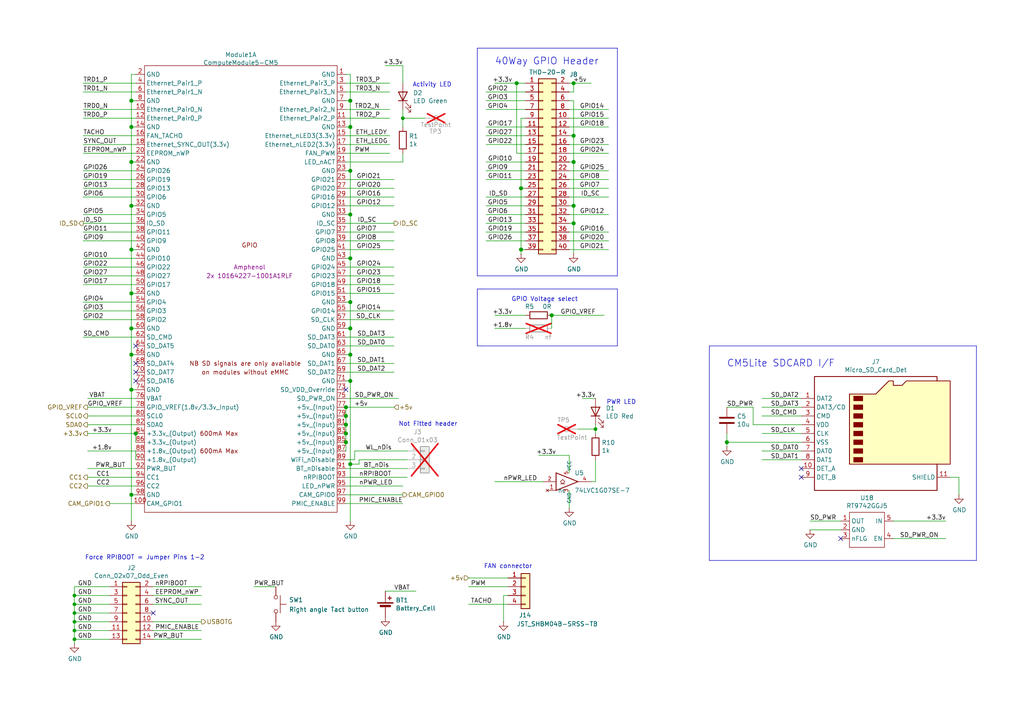
<source format=kicad_sch>
(kicad_sch (version 20250114) (generator "eeschema") (generator_version "9.0")
  (paper "A4")
  (title_block (title "Compute Module 5 IO Board - GPIO - Ethernet") (rev "1") (company "Copyright © 2024 Raspberry Pi Ltd.") (comment 1 "www.raspberrypi.com"))
  (text "40Way GPIO Header" (at 143.51 19.05 0) (effects (font (size 2.007 2.007)) (justify left bottom)))
  (text "Activity LED" (at 119.634 25.4 0) (effects (font (size 1.27 1.27)) (justify left bottom)))
  (text "FAN connector\n" (at 140.335 165.1 0) (effects (font (size 1.27 1.27)) (justify left bottom)))
  (text "GPIO Voltage select\n" (at 167.64 87.63 0) (effects (font (size 1.27 1.27)) (justify right bottom)))
  (text "Not Fitted header" (at 132.715 123.825 0) (effects (font (size 1.27 1.27)) (justify right bottom)))
  (text "Force RPIBOOT = Jumper Pins 1-2 \n" (at 60.325 162.56 0) (effects (font (size 1.27 1.27)) (justify right bottom)))
  (text "PWR LED" (at 175.895 117.475 0) (effects (font (size 1.27 1.27)) (justify left bottom)))
  (text "CM5Lite SDCARD I/F" (at 210.82 106.68 0) (effects (font (size 2.007 2.007)) (justify left bottom)))
  (junction (at 101.6 36.83) (diameter 1.016))
  (junction (at 101.6 29.21) (diameter 1.016))
  (junction (at 101.6 102.87) (diameter 1.016))
  (junction (at 38.1 113.03) (diameter 1.016))
  (junction (at 38.1 46.99) (diameter 1.016))
  (junction (at 100.33 125.73) (diameter 1.016))
  (junction (at 151.13 54.61) (diameter 1.016))
  (junction (at 166.37 39.37) (diameter 1.016))
  (junction (at 21.59 175.26))
  (junction (at 38.1 72.39) (diameter 1.016))
  (junction (at 100.33 123.19) (diameter 1.016))
  (junction (at 38.1 143.51) (diameter 1.016))
  (junction (at 166.37 59.69) (diameter 1.016))
  (junction (at 38.1 59.69) (diameter 1.016))
  (junction (at 101.6 62.23) (diameter 1.016))
  (junction (at 38.1 95.25) (diameter 1.016))
  (junction (at 100.33 118.11) (diameter 1.016))
  (junction (at 101.6 95.25) (diameter 1.016))
  (junction (at 166.37 64.77) (diameter 1.016))
  (junction (at 210.82 128.27) (diameter 1.016))
  (junction (at 166.37 24.13) (diameter 1.016))
  (junction (at 101.6 87.63) (diameter 1.016))
  (junction (at 166.37 46.99) (diameter 1.016))
  (junction (at 38.1 85.09) (diameter 1.016))
  (junction (at 100.33 120.65) (diameter 1.016))
  (junction (at 172.72 124.46))
  (junction (at 38.1 36.83) (diameter 1.016))
  (junction (at 39.37 125.73) (diameter 1.016))
  (junction (at 21.59 172.72))
  (junction (at 38.1 102.87) (diameter 1.016))
  (junction (at 160.02 91.44) (diameter 1.016))
  (junction (at 38.1 29.21) (diameter 1.016))
  (junction (at 21.59 177.8))
  (junction (at 100.33 128.27) (diameter 1.016))
  (junction (at 116.84 34.29))
  (junction (at 151.13 72.39) (diameter 1.016))
  (junction (at 21.59 185.42))
  (junction (at 101.6 110.49) (diameter 1.016))
  (junction (at 101.6 134.62) (diameter 1.016))
  (junction (at 101.6 49.53) (diameter 1.016))
  (junction (at 21.59 182.88))
  (junction (at 21.59 180.34))
  (junction (at 101.6 74.93) (diameter 1.016))
  (junction (at 149.86 24.13) (diameter 1.016))
  (no_connect (at 39.37 107.95))
  (no_connect (at 100.33 113.03))
  (no_connect (at 39.37 100.33))
  (no_connect (at 243.84 156.21))
  (no_connect (at 39.37 105.41))
  (no_connect (at 232.41 138.43))
  (no_connect (at 232.41 135.89))
  (no_connect (at 44.45 177.8))
  (no_connect (at 39.37 110.49))
  (wire (pts (xy 275.59 138.43) (xy 278.13 138.43)))
  (wire (pts (xy 101.6 110.49) (xy 101.6 134.62)))
  (polyline (pts (xy 138.43 13.97) (xy 138.43 80.01)) (stroke (width 0) (type solid)))
  (wire (pts (xy 44.45 175.26) (xy 58.42 175.26)))
  (polyline (pts (xy 138.43 80.01) (xy 179.07 80.01)) (stroke (width 0) (type solid)))
  (wire (pts (xy 100.33 135.89) (xy 118.11 135.89)))
  (wire (pts (xy 100.33 102.87) (xy 101.6 102.87)))
  (wire (pts (xy 24.13 90.17) (xy 39.37 90.17)))
  (wire (pts (xy 39.37 133.35) (xy 39.37 130.81)))
  (wire (pts (xy 165.1 52.07) (xy 176.53 52.07)))
  (wire (pts (xy 24.13 44.45) (xy 39.37 44.45)))
  (wire (pts (xy 100.33 95.25) (xy 101.6 95.25)))
  (wire (pts (xy 165.1 34.29) (xy 176.53 34.29)))
  (wire (pts (xy 101.6 102.87) (xy 101.6 110.49)))
  (wire (pts (xy 100.33 100.33) (xy 114.3 100.33)))
  (wire (pts (xy 39.37 128.27) (xy 39.37 125.73)))
  (wire (pts (xy 21.59 172.72) (xy 31.75 172.72)))
  (wire (pts (xy 111.76 171.45) (xy 120.65 171.45)))
  (wire (pts (xy 100.33 118.11) (xy 114.3 118.11)))
  (wire (pts (xy 101.6 36.83) (xy 101.6 49.53)))
  (wire (pts (xy 44.45 172.72) (xy 58.42 172.72)))
  (polyline (pts (xy 179.07 83.82) (xy 179.07 100.33)) (stroke (width 0) (type solid)))
  (wire (pts (xy 24.13 92.71) (xy 39.37 92.71)))
  (wire (pts (xy 116.84 36.83) (xy 116.84 34.29)))
  (wire (pts (xy 24.13 31.75) (xy 39.37 31.75)))
  (wire (pts (xy 24.13 77.47) (xy 39.37 77.47)))
  (wire (pts (xy 100.33 29.21) (xy 101.6 29.21)))
  (wire (pts (xy 220.98 120.65) (xy 232.41 120.65)))
  (wire (pts (xy 21.59 170.18) (xy 31.75 170.18)))
  (wire (pts (xy 100.33 90.17) (xy 114.3 90.17)))
  (wire (pts (xy 21.59 185.42) (xy 31.75 185.42)))
  (wire (pts (xy 24.13 82.55) (xy 39.37 82.55)))
  (wire (pts (xy 166.37 64.77) (xy 166.37 59.69)))
  (wire (pts (xy 24.13 80.01) (xy 39.37 80.01)))
  (wire (pts (xy 100.33 34.29) (xy 113.03 34.29)))
  (wire (pts (xy 39.37 36.83) (xy 38.1 36.83)))
  (wire (pts (xy 100.33 44.45) (xy 113.03 44.45)))
  (wire (pts (xy 100.33 31.75) (xy 113.03 31.75)))
  (wire (pts (xy 102.87 133.35) (xy 102.87 130.81)))
  (wire (pts (xy 24.13 67.31) (xy 39.37 67.31)))
  (wire (pts (xy 104.14 133.35) (xy 118.11 133.35)))
  (wire (pts (xy 100.33 87.63) (xy 101.6 87.63)))
  (wire (pts (xy 166.37 39.37) (xy 166.37 46.99)))
  (wire (pts (xy 24.13 39.37) (xy 39.37 39.37)))
  (wire (pts (xy 39.37 21.59) (xy 38.1 21.59)))
  (wire (pts (xy 101.6 21.59) (xy 101.6 29.21)))
  (wire (pts (xy 101.6 29.21) (xy 101.6 36.83)))
  (wire (pts (xy 38.1 143.51) (xy 38.1 151.13)))
  (wire (pts (xy 165.1 67.31) (xy 176.53 67.31)))
  (wire (pts (xy 146.05 172.72) (xy 146.05 180.34)))
  (wire (pts (xy 165.1 142.24) (xy 165.1 147.32)))
  (wire (pts (xy 100.33 57.15) (xy 114.3 57.15)))
  (wire (pts (xy 167.64 124.46) (xy 172.72 124.46)))
  (wire (pts (xy 165.1 137.16) (xy 165.1 132.08)))
  (wire (pts (xy 100.33 143.51) (xy 116.84 143.51)))
  (wire (pts (xy 166.37 46.99) (xy 165.1 46.99)))
  (wire (pts (xy 100.33 107.95) (xy 114.3 107.95)))
  (wire (pts (xy 100.33 80.01) (xy 114.3 80.01)))
  (wire (pts (xy 151.13 72.39) (xy 151.13 73.66)))
  (wire (pts (xy 25.4 138.43) (xy 39.37 138.43)))
  (wire (pts (xy 101.6 95.25) (xy 101.6 102.87)))
  (wire (pts (xy 38.1 72.39) (xy 38.1 85.09)))
  (wire (pts (xy 210.82 128.27) (xy 232.41 128.27)))
  (wire (pts (xy 101.6 49.53) (xy 101.6 62.23)))
  (wire (pts (xy 143.51 95.25) (xy 152.4 95.25)))
  (wire (pts (xy 24.13 74.93) (xy 39.37 74.93)))
  (wire (pts (xy 100.33 140.97) (xy 116.84 140.97)))
  (wire (pts (xy 165.1 36.83) (xy 176.53 36.83)))
  (wire (pts (xy 149.86 44.45) (xy 152.4 44.45)))
  (wire (pts (xy 39.37 29.21) (xy 38.1 29.21)))
  (wire (pts (xy 21.59 180.34) (xy 31.75 180.34)))
  (wire (pts (xy 44.45 182.88) (xy 58.42 182.88)))
  (polyline (pts (xy 179.07 13.97) (xy 138.43 13.97)) (stroke (width 0) (type solid)))
  (wire (pts (xy 25.4 140.97) (xy 39.37 140.97)))
  (wire (pts (xy 25.4 135.89) (xy 39.37 135.89)))
  (wire (pts (xy 100.33 128.27) (xy 100.33 130.81)))
  (wire (pts (xy 44.45 170.18) (xy 58.42 170.18)))
  (wire (pts (xy 243.84 153.67) (xy 234.95 153.67)))
  (wire (pts (xy 140.97 49.53) (xy 152.4 49.53)))
  (wire (pts (xy 100.33 41.91) (xy 113.03 41.91)))
  (wire (pts (xy 21.59 177.8) (xy 21.59 180.34)))
  (wire (pts (xy 100.33 115.57) (xy 115.57 115.57)))
  (wire (pts (xy 114.3 97.79) (xy 100.33 97.79)))
  (wire (pts (xy 24.13 26.67) (xy 39.37 26.67)))
  (wire (pts (xy 166.37 24.13) (xy 171.45 24.13)))
  (wire (pts (xy 24.13 49.53) (xy 39.37 49.53)))
  (wire (pts (xy 243.84 151.13) (xy 234.95 151.13)))
  (wire (pts (xy 140.97 59.69) (xy 152.4 59.69)))
  (wire (pts (xy 100.33 120.65) (xy 100.33 123.19)))
  (wire (pts (xy 100.33 74.93) (xy 101.6 74.93)))
  (wire (pts (xy 100.33 39.37) (xy 113.03 39.37)))
  (wire (pts (xy 140.97 67.31) (xy 152.4 67.31)))
  (wire (pts (xy 210.82 125.73) (xy 210.82 128.27)))
  (wire (pts (xy 165.1 41.91) (xy 176.53 41.91)))
  (polyline (pts (xy 139.7 83.82) (xy 179.07 83.82)) (stroke (width 0) (type solid)))
  (polyline (pts (xy 283.21 162.56) (xy 205.74 162.56)) (stroke (width 0) (type solid)))
  (wire (pts (xy 140.97 46.99) (xy 152.4 46.99)))
  (wire (pts (xy 100.33 138.43) (xy 118.11 138.43)))
  (wire (pts (xy 38.1 95.25) (xy 39.37 95.25)))
  (wire (pts (xy 44.45 185.42) (xy 58.42 185.42)))
  (wire (pts (xy 218.44 123.19) (xy 218.44 118.11)))
  (wire (pts (xy 38.1 102.87) (xy 38.1 113.03)))
  (wire (pts (xy 38.1 85.09) (xy 38.1 95.25)))
  (wire (pts (xy 31.75 146.05) (xy 39.37 146.05)))
  (wire (pts (xy 116.84 19.05) (xy 116.84 24.13)))
  (wire (pts (xy 152.4 34.29) (xy 151.13 34.29)))
  (wire (pts (xy 21.59 175.26) (xy 31.75 175.26)))
  (wire (pts (xy 116.84 34.29) (xy 116.84 31.75)))
  (wire (pts (xy 140.97 62.23) (xy 152.4 62.23)))
  (wire (pts (xy 165.1 72.39) (xy 176.53 72.39)))
  (wire (pts (xy 165.1 24.13) (xy 166.37 24.13)))
  (wire (pts (xy 104.14 134.62) (xy 104.14 133.35)))
  (wire (pts (xy 101.6 134.62) (xy 101.6 151.13)))
  (wire (pts (xy 278.13 138.43) (xy 278.13 143.51)))
  (wire (pts (xy 38.1 59.69) (xy 38.1 72.39)))
  (wire (pts (xy 21.59 177.8) (xy 31.75 177.8)))
  (wire (pts (xy 38.1 113.03) (xy 39.37 113.03)))
  (wire (pts (xy 38.1 72.39) (xy 39.37 72.39)))
  (wire (pts (xy 24.13 54.61) (xy 39.37 54.61)))
  (wire (pts (xy 100.33 52.07) (xy 114.3 52.07)))
  (wire (pts (xy 25.4 130.81) (xy 39.37 130.81)))
  (wire (pts (xy 24.13 97.79) (xy 39.37 97.79)))
  (wire (pts (xy 24.13 24.13) (xy 39.37 24.13)))
  (polyline (pts (xy 283.21 100.33) (xy 283.21 162.56)) (stroke (width 0) (type solid)))
  (wire (pts (xy 100.33 62.23) (xy 101.6 62.23)))
  (wire (pts (xy 143.51 24.13) (xy 149.86 24.13)))
  (wire (pts (xy 100.33 24.13) (xy 113.03 24.13)))
  (wire (pts (xy 100.33 36.83) (xy 101.6 36.83)))
  (wire (pts (xy 38.1 95.25) (xy 38.1 102.87)))
  (wire (pts (xy 172.72 133.35) (xy 172.72 139.7)))
  (wire (pts (xy 39.37 143.51) (xy 38.1 143.51)))
  (wire (pts (xy 24.13 57.15) (xy 39.37 57.15)))
  (wire (pts (xy 166.37 64.77) (xy 166.37 73.66)))
  (wire (pts (xy 220.98 130.81) (xy 232.41 130.81)))
  (wire (pts (xy 25.4 123.19) (xy 39.37 123.19)))
  (wire (pts (xy 38.1 113.03) (xy 38.1 143.51)))
  (wire (pts (xy 165.1 132.08) (xy 156.21 132.08)))
  (wire (pts (xy 172.72 123.19) (xy 172.72 124.46)))
  (wire (pts (xy 102.87 130.81) (xy 118.11 130.81)))
  (wire (pts (xy 100.33 146.05) (xy 116.84 146.05)))
  (wire (pts (xy 220.98 115.57) (xy 232.41 115.57)))
  (wire (pts (xy 100.33 64.77) (xy 114.3 64.77)))
  (wire (pts (xy 140.97 36.83) (xy 152.4 36.83)))
  (wire (pts (xy 259.08 151.13) (xy 274.32 151.13)))
  (wire (pts (xy 101.6 87.63) (xy 101.6 95.25)))
  (wire (pts (xy 147.32 172.72) (xy 146.05 172.72)))
  (wire (pts (xy 100.33 54.61) (xy 114.3 54.61)))
  (wire (pts (xy 116.84 46.99) (xy 116.84 44.45)))
  (wire (pts (xy 100.33 133.35) (xy 102.87 133.35)))
  (wire (pts (xy 100.33 69.85) (xy 114.3 69.85)))
  (wire (pts (xy 114.3 105.41) (xy 100.33 105.41)))
  (wire (pts (xy 25.4 118.11) (xy 39.37 118.11)))
  (wire (pts (xy 140.97 29.21) (xy 152.4 29.21)))
  (wire (pts (xy 21.59 180.34) (xy 21.59 182.88)))
  (wire (pts (xy 100.33 85.09) (xy 114.3 85.09)))
  (polyline (pts (xy 205.74 162.56) (xy 205.74 100.33)) (stroke (width 0) (type solid)))
  (wire (pts (xy 135.89 170.18) (xy 147.32 170.18)))
  (wire (pts (xy 143.51 91.44) (xy 152.4 91.44)))
  (wire (pts (xy 140.97 26.67) (xy 152.4 26.67)))
  (wire (pts (xy 166.37 59.69) (xy 166.37 46.99)))
  (wire (pts (xy 24.13 34.29) (xy 39.37 34.29)))
  (wire (pts (xy 25.4 115.57) (xy 39.37 115.57)))
  (wire (pts (xy 165.1 31.75) (xy 176.53 31.75)))
  (wire (pts (xy 165.1 62.23) (xy 176.53 62.23)))
  (wire (pts (xy 140.97 57.15) (xy 152.4 57.15)))
  (wire (pts (xy 25.4 125.73) (xy 39.37 125.73)))
  (wire (pts (xy 165.1 59.69) (xy 166.37 59.69)))
  (wire (pts (xy 100.33 59.69) (xy 114.3 59.69)))
  (wire (pts (xy 166.37 39.37) (xy 165.1 39.37)))
  (wire (pts (xy 135.89 175.26) (xy 147.32 175.26)))
  (polyline (pts (xy 205.74 100.33) (xy 283.21 100.33)) (stroke (width 0) (type solid)))
  (wire (pts (xy 151.13 34.29) (xy 151.13 54.61)))
  (wire (pts (xy 114.3 92.71) (xy 100.33 92.71)))
  (wire (pts (xy 100.33 67.31) (xy 114.3 67.31)))
  (wire (pts (xy 140.97 31.75) (xy 152.4 31.75)))
  (wire (pts (xy 140.97 39.37) (xy 152.4 39.37)))
  (polyline (pts (xy 179.07 13.97) (xy 179.07 80.01)) (stroke (width 0) (type solid)))
  (wire (pts (xy 149.86 24.13) (xy 149.86 44.45)))
  (wire (pts (xy 21.59 182.88) (xy 31.75 182.88)))
  (wire (pts (xy 166.37 29.21) (xy 166.37 39.37)))
  (wire (pts (xy 24.13 64.77) (xy 39.37 64.77)))
  (wire (pts (xy 172.72 139.7) (xy 171.45 139.7)))
  (wire (pts (xy 165.1 26.67) (xy 166.37 26.67)))
  (wire (pts (xy 25.4 120.65) (xy 39.37 120.65)))
  (wire (pts (xy 38.1 36.83) (xy 38.1 46.99)))
  (wire (pts (xy 100.33 46.99) (xy 116.84 46.99)))
  (wire (pts (xy 151.13 72.39) (xy 152.4 72.39)))
  (wire (pts (xy 24.13 52.07) (xy 39.37 52.07)))
  (wire (pts (xy 151.13 54.61) (xy 152.4 54.61)))
  (polyline (pts (xy 138.43 100.33) (xy 138.43 83.82)) (stroke (width 0) (type solid)))
  (wire (pts (xy 160.02 91.44) (xy 175.26 91.44)))
  (wire (pts (xy 140.97 69.85) (xy 152.4 69.85)))
  (wire (pts (xy 172.72 115.57) (xy 168.91 115.57)))
  (wire (pts (xy 21.59 185.42) (xy 21.59 186.69)))
  (wire (pts (xy 100.33 72.39) (xy 114.3 72.39)))
  (wire (pts (xy 38.1 29.21) (xy 38.1 36.83)))
  (wire (pts (xy 100.33 21.59) (xy 101.6 21.59)))
  (wire (pts (xy 165.1 49.53) (xy 176.53 49.53)))
  (wire (pts (xy 100.33 110.49) (xy 101.6 110.49)))
  (wire (pts (xy 143.51 139.7) (xy 157.48 139.7)))
  (wire (pts (xy 24.13 69.85) (xy 39.37 69.85)))
  (wire (pts (xy 24.13 87.63) (xy 39.37 87.63)))
  (wire (pts (xy 100.33 118.11) (xy 100.33 120.65)))
  (wire (pts (xy 21.59 170.18) (xy 21.59 172.72)))
  (wire (pts (xy 111.76 19.05) (xy 116.84 19.05)))
  (wire (pts (xy 210.82 128.27) (xy 210.82 129.54)))
  (wire (pts (xy 100.33 49.53) (xy 101.6 49.53)))
  (wire (pts (xy 151.13 54.61) (xy 151.13 72.39)))
  (wire (pts (xy 100.33 26.67) (xy 113.03 26.67)))
  (wire (pts (xy 232.41 123.19) (xy 218.44 123.19)))
  (wire (pts (xy 165.1 44.45) (xy 176.53 44.45)))
  (wire (pts (xy 24.13 62.23) (xy 39.37 62.23)))
  (wire (pts (xy 24.13 41.91) (xy 39.37 41.91)))
  (wire (pts (xy 259.08 156.21) (xy 274.32 156.21)))
  (wire (pts (xy 21.59 172.72) (xy 21.59 175.26)))
  (wire (pts (xy 101.6 74.93) (xy 101.6 87.63)))
  (polyline (pts (xy 139.7 83.82) (xy 138.43 83.82)) (stroke (width 0) (type solid)))
  (wire (pts (xy 100.33 123.19) (xy 100.33 125.73)))
  (wire (pts (xy 232.41 118.11) (xy 220.98 118.11)))
  (wire (pts (xy 140.97 64.77) (xy 152.4 64.77)))
  (wire (pts (xy 38.1 46.99) (xy 39.37 46.99)))
  (wire (pts (xy 140.97 52.07) (xy 152.4 52.07)))
  (wire (pts (xy 73.66 170.18) (xy 80.01 170.18)))
  (wire (pts (xy 140.97 41.91) (xy 152.4 41.91)))
  (wire (pts (xy 38.1 21.59) (xy 38.1 29.21)))
  (wire (pts (xy 135.89 167.64) (xy 147.32 167.64)))
  (wire (pts (xy 38.1 85.09) (xy 39.37 85.09)))
  (wire (pts (xy 165.1 64.77) (xy 166.37 64.77)))
  (wire (pts (xy 100.33 125.73) (xy 100.33 128.27)))
  (wire (pts (xy 160.02 91.44) (xy 160.02 95.25)))
  (wire (pts (xy 100.33 77.47) (xy 114.3 77.47)))
  (wire (pts (xy 38.1 102.87) (xy 39.37 102.87)))
  (wire (pts (xy 38.1 59.69) (xy 39.37 59.69)))
  (polyline (pts (xy 179.07 100.33) (xy 139.7 100.33)) (stroke (width 0) (type solid)))
  (wire (pts (xy 152.4 24.13) (xy 149.86 24.13)))
  (wire (pts (xy 165.1 69.85) (xy 176.53 69.85)))
  (wire (pts (xy 172.72 124.46) (xy 172.72 125.73)))
  (wire (pts (xy 210.82 118.11) (xy 218.44 118.11)))
  (wire (pts (xy 232.41 125.73) (xy 220.98 125.73)))
  (wire (pts (xy 166.37 26.67) (xy 166.37 24.13)))
  (wire (pts (xy 232.41 133.35) (xy 220.98 133.35)))
  (wire (pts (xy 44.45 180.34) (xy 58.42 180.34)))
  (wire (pts (xy 21.59 182.88) (xy 21.59 185.42)))
  (wire (pts (xy 100.33 82.55) (xy 114.3 82.55)))
  (wire (pts (xy 116.84 34.29) (xy 123.19 34.29)))
  (wire (pts (xy 101.6 62.23) (xy 101.6 74.93)))
  (wire (pts (xy 38.1 46.99) (xy 38.1 59.69)))
  (wire (pts (xy 165.1 57.15) (xy 176.53 57.15)))
  (wire (pts (xy 21.59 175.26) (xy 21.59 177.8)))
  (wire (pts (xy 101.6 134.62) (xy 104.14 134.62)))
  (wire (pts (xy 165.1 54.61) (xy 176.53 54.61)))
  (wire (pts (xy 165.1 29.21) (xy 166.37 29.21)))
  (polyline (pts (xy 138.43 100.33) (xy 139.7 100.33)) (stroke (width 0) (type solid)))
  (label "+1.8v" (at 148.59 95.25 180))
  (label "GPIO24" (at 175.26 44.45 180))
  (label "SD_DAT2" (at 111.76 107.95 180))
  (label "+5v" (at 170.18 24.13 180))
  (label "GPIO5" (at 24.13 62.23 0))
  (label "TRD3_N" (at 103.124 26.67 0))
  (label "GPIO2" (at 24.13 92.71 0))
  (label "GPIO9" (at 24.13 69.85 0))
  (label "ETH_LEDG" (at 103.124 41.91 0))
  (label "SD_DAT1" (at 111.76 105.41 180))
  (label "+3.3v" (at 148.59 24.13 180))
  (label "GPIO10" (at 24.13 74.93 0))
  (label "TRD3_P" (at 103.124 24.13 0))
  (label "GPIO6" (at 24.13 57.15 0))
  (label "GPIO8" (at 173.99 52.07 180))
  (label "GPIO20" (at 110.49 54.61 180))
  (label "SD_DAT2" (at 223.52 115.57 0))
  (label "GPIO25" (at 110.49 72.39 180))
  (label "GPIO2" (at 147.32 26.67 180))
  (label "SD_DAT0" (at 111.76 100.33 180))
  (label "GPIO26" (at 148.59 69.85 180))
  (label "GPIO15" (at 110.49 85.09 180))
  (label "GPIO13" (at 24.13 54.61 0))
  (label "GPIO7" (at 109.22 67.31 180))
  (label "GPIO14" (at 110.49 90.17 180))
  (label "BT_nDis" (at 112.8776 135.89 180))
  (label "SD_PWR_ON" (at 260.985 156.21 0))
  (label "GPIO7" (at 173.99 54.61 180))
  (label "ETH_LEDY" (at 103.124 39.37 0))
  (label "VBAT" (at 114.3 171.45 0))
  (label "SD_PWR_ON" (at 102.87 115.57 0))
  (label "PWM" (at 102.87 44.45 0))
  (label "GPIO4" (at 24.13 87.63 0))
  (label "GPIO10" (at 148.59 46.99 180))
  (label "TRD1_P" (at 24.13 24.13 0))
  (label "CC1" (at 27.94 138.43 0))
  (label "WL_nDis" (at 113.665 130.81 180))
  (label "GPIO6" (at 147.32 62.23 180))
  (label "+3.3v" (at 274.32 151.13 180))
  (label "GPIO17" (at 148.59 36.83 180))
  (label "+3.3v" (at 116.84 19.05 180))
  (label "GPIO19" (at 148.59 67.31 180))
  (label "GND" (at 26.67 182.88 180))
  (label "SD_DAT3" (at 111.76 97.79 180))
  (label "GPIO27" (at 24.13 80.01 0))
  (label "EEPROM_nWP" (at 24.13 44.45 0))
  (label "GPIO_VREF" (at 25.4 118.11 0))
  (label "SD_PWR" (at 210.82 118.11 0))
  (label "GPIO9" (at 147.32 49.53 180))
  (label "GPIO20" (at 175.26 69.85 180))
  (label "SD_DAT0" (at 223.52 130.81 0))
  (label "GPIO21" (at 110.49 52.07 180))
  (label "GPIO23" (at 110.49 80.01 180))
  (label "ID_SD" (at 147.32 57.15 180))
  (label "GPIO16" (at 175.26 67.31 180))
  (label "TRD0_N" (at 24.13 31.75 0))
  (label "GPIO22" (at 148.59 41.91 180))
  (label "+1.8v" (at 26.67 130.81 0))
  (label "SYNC_OUT" (at 54.61 175.26 180))
  (label "PWR_BUT" (at 73.66 170.18 0))
  (label "GPIO18" (at 175.26 36.83 180))
  (label "SD_DAT3" (at 223.52 118.11 0))
  (label "SD_CLK" (at 110.49 92.71 180))
  (label "GND" (at 26.67 170.18 180))
  (label "GPIO16" (at 110.49 57.15 180))
  (label "GPIO12" (at 110.49 59.69 180))
  (label "GPIO23" (at 175.26 41.91 180))
  (label "+3.3v" (at 26.67 125.73 0))
  (label "SD_CMD" (at 223.52 120.65 0))
  (label "PWM" (at 136.525 170.18 0))
  (label "ID_SC" (at 173.99 57.15 180))
  (label "GPIO8" (at 109.22 69.85 180))
  (label "GPIO17" (at 24.13 82.55 0))
  (label "SYNC_OUT" (at 24.13 41.91 0))
  (label "nPWR_LED" (at 146.05 139.7 0))
  (label "SD_PWR" (at 234.95 151.13 0))
  (label "SD_DAT1" (at 223.52 133.35 0))
  (label "GPIO18" (at 110.49 82.55 180))
  (label "TRD2_N" (at 102.87 31.75 0))
  (label "GPIO15" (at 175.26 34.29 180))
  (label "GPIO5" (at 147.32 59.69 180))
  (label "nPWR_LED" (at 104.14 140.97 0))
  (label "PMIC_ENABLE" (at 57.785 182.88 180))
  (label "GPIO3" (at 147.32 29.21 180))
  (label "TRD0_P" (at 24.13 34.29 0))
  (label "nRPIBOOT" (at 54.356 170.18 180))
  (label "+3.3v" (at 148.59 91.44 180))
  (label "GND" (at 26.67 177.8 180))
  (label "GND" (at 26.67 185.42 180))
  (label "GPIO26" (at 24.13 49.53 0))
  (label "TACHO" (at 136.525 175.26 0))
  (label "PWR_BUT" (at 27.686 135.89 0))
  (label "GPIO12" (at 175.26 62.23 180))
  (label "+3.3v" (at 161.29 132.08 180))
  (label "nRPIBOOT" (at 104.14 138.43 0))
  (label "EEPROM_nWP" (at 57.658 172.72 180))
  (label "GPIO11" (at 24.13 67.31 0))
  (label "ID_SD" (at 24.13 64.77 0))
  (label "TRD1_N" (at 24.13 26.67 0))
  (label "GPIO24" (at 110.49 77.47 180))
  (label "GND" (at 26.67 175.26 180))
  (label "GPIO27" (at 148.59 39.37 180))
  (label "VBAT" (at 30.48 115.57 180))
  (label "ID_SC" (at 109.22 64.77 180))
  (label "GPIO21" (at 175.26 72.39 180))
  (label "CC2" (at 27.94 140.97 0))
  (label "GPIO14" (at 175.26 31.75 180))
  (label "TACHO" (at 24.13 39.37 0))
  (label "GPIO25" (at 175.26 49.53 180))
  (label "+5v" (at 106.68 118.11 180))
  (label "SD_CMD" (at 24.13 97.79 0))
  (label "PMIC_ENABLE" (at 116.84 146.05 180))
  (label "+3.3v" (at 172.72 115.57 180))
  (label "GPIO13" (at 148.59 64.77 180))
  (label "GPIO_VREF" (at 162.56 91.44 0))
  (label "TRD2_P" (at 103.124 34.29 0))
  (label "GND" (at 26.67 172.72 180))
  (label "GPIO19" (at 24.13 52.07 0))
  (label "GPIO11" (at 148.59 52.07 180))
  (label "PWR_BUT" (at 44.45 185.42 0))
  (label "SD_CLK" (at 223.52 125.73 0))
  (label "GND" (at 26.67 180.34 180))
  (label "GPIO4" (at 147.32 31.75 180))
  (label "GPIO22" (at 24.13 77.47 0))
  (label "GPIO3" (at 24.13 90.17 0))
  (hierarchical_label "CC1" (shape output) (at 25.4 138.43 180))
  (hierarchical_label "ID_SD" (shape output) (at 24.13 64.77 180))
  (hierarchical_label "SDA0" (shape output) (at 25.4 123.19 180))
  (hierarchical_label "CAM_GPIO1" (shape output) (at 31.75 146.05 180))
  (hierarchical_label "CC2" (shape output) (at 25.4 140.97 180))
  (hierarchical_label "+3.3v" (shape output) (at 25.4 125.73 180))
  (hierarchical_label "GPIO_VREF" (shape output) (at 25.4 118.11 180))
  (hierarchical_label "ID_SC" (shape output) (at 114.3 64.77 0))
  (hierarchical_label "SCL0" (shape output) (at 25.4 120.65 180))
  (hierarchical_label "+5v" (shape input) (at 135.89 167.64 180))
  (hierarchical_label "CAM_GPIO0" (shape output) (at 116.84 143.51 0))
  (hierarchical_label "+5v" (shape input) (at 114.3 118.11 0))
  (hierarchical_label "USBOTG" (shape output) (at 58.42 180.34 0))
  (symbol (lib_id "CM5IO:74LVC1G07_copy") (at 165.1 139.7 0) (unit 1)
    (property "Reference" "U5" (at 166.624 137.16 0) (effects (justify left)))
    (property "Value" "74LVC1G07SE-7" (at 166.624 142.24 0) (effects (justify left)))
    (property "Footprint" "Package_TO_SOT_SMD:SOT-353_SC-70-5" (effects (hide yes)))
    (property "Datasheet" "https://www.diodes.com/assets/Datasheets/74LVC1G07.pdf" (effects (hide yes)))
    (property "Field4" "Farnell" (effects (hide yes)))
    (property "Field5" "2425492" (effects (hide yes)))
    (property "Field6" "74LVC1G07SE-7" (effects (hide yes)))
    (property "Field7" "Diodes" (effects (hide yes)))
    (property "Part Description" "Buffer, Non-Inverting 1 Element 1 Bit per Element Open Drain Output SOT-353" (effects (hide yes)))
  )
  (symbol (lib_id "CM5IO:RT9742GGJ5") (at 252.73 161.29 0) (unit 1)
    (property "Reference" "U18" (at 251.46 144.399 0))
    (property "Value" "RT9742GGJ5" (at 251.46 146.7104 0))
    (property "Footprint" "Package_TO_SOT_SMD:SOT-23-5" (effects (hide yes)))
    (property "Datasheet" "https://www.richtek.com/assets/product_file/RT9742/DS9742-00.pdf" (effects (hide yes)))
    (property "Field4" "Farnell" (effects (hide yes)))
    (property "Field5" "	2545875" (effects (hide yes)))
    (property "Field6" "RT9742GGJ5" (effects (hide yes)))
    (property "Field7" "RichTek" (effects (hide yes)))
    (property "Field8" "USWI00166" (effects (hide yes)))
    (property "Part Description" "	Power Switch/Driver 1:1 N-Channel 1A TSOT-23-5" (effects (hide yes)))
  )
  (symbol (lib_id "power:GND") (at 234.95 153.67 0) (unit 1)
    (property "Reference" "#PWR0113" (effects (hide yes)))
    (property "Value" "GND" (at 235.077 158.0642 0))
    (property "Description" "Power symbol creates a global label with name \"GND\" , ground" (effects (hide yes)))
  )
  (symbol (lib_id "CM5IO:ComputeModule5-CM5") (at 72.39 77.47 0) (unit 1)
    (property "Reference" "Module1" (at 69.85 15.875 0))
    (property "Value" "ComputeModule5-CM5" (at 69.85 18.1864 0))
    (property "Footprint" "CM5IO:Raspberry-Pi-5-Compute-Module" (effects (hide yes)))
    (property "Description" "RaspberryPi Compute module 5" (effects (hide yes)))
    (property "Field4" "Amphenol" (at 72.39 77.47 0))
    (property "Field5" "2x 10164227-1001A1RLF" (at 72.39 80.01 0))
    (property "Field6" "2x 10164227-1001A1RLF" (effects (hide yes)))
    (property "Field7" "Hirose" (effects (hide yes)))
    (property "Part Description" "	100 Position Connector Receptacle, Center Strip Contacts Surface Mount Gold" (effects (hide yes)))
  )
  (symbol (lib_id "Connector_Generic:Conn_02x20_Odd_Even") (at 157.48 46.99 0) (unit 1)
    (property "Reference" "J8" (at 166.37 21.59 0))
    (property "Value" "THD-20-R" (at 158.75 20.9296 0))
    (property "Footprint" "Connector_PinHeader_2.54mm:PinHeader_2x20_P2.54mm_Vertical" (effects (hide yes)))
    (property "Datasheet" "https://www.toby.co.uk/uploads/publications/1673.pdf" (effects (hide yes)))
    (property "Field4" "Toby" (effects (hide yes)))
    (property "Field5" "THD-20-R" (effects (hide yes)))
    (property "Field6" "THD-20-R" (effects (hide yes)))
    (property "Field7" "Toby" (effects (hide yes)))
    (property "Field8" "UCON00511" (effects (hide yes)))
    (property "Part Description" "PinHeader_2x20_P2.54mm_Vertical" (effects (hide yes)))
  )
  (symbol (lib_id "Device:C") (at 210.82 121.92 0) (unit 1)
    (property "Reference" "C5" (at 213.741 120.7516 0) (effects (justify left)))
    (property "Value" "10u" (at 213.741 123.063 0) (effects (justify left)))
    (property "Footprint" "Capacitor_SMD:C_0805_2012Metric" (effects (hide yes)))
    (property "Datasheet" "https://search.murata.co.jp/Ceramy/image/img/A01X/G101/ENG/GRM21BR71A106KA73-01.pdf" (effects (hide yes)))
    (property "Field5" "490-14381-1-ND" (effects (hide yes)))
    (property "Field4" "Digikey" (effects (hide yes)))
    (property "Field6" "GRM21BR71A106KA73L" (effects (hide yes)))
    (property "Field7" "Murata" (effects (hide yes)))
    (property "Part Description" "	10uF 10% 10V Ceramic Capacitor X7R 0805 (2012 Metric)" (effects (hide yes)))
    (property "Field8" "111893011" (effects (hide yes)))
  )
  (symbol (lib_id "power:GND") (at 166.37 73.66 0) (unit 1)
    (property "Reference" "#PWR0102" (effects (hide yes)))
    (property "Value" "GND" (at 166.497 78.0542 0))
    (property "Description" "Power symbol creates a global label with name \"GND\" , ground" (effects (hide yes)))
  )
  (symbol (lib_id "power:GND") (at 151.13 73.66 0) (unit 1)
    (property "Reference" "#PWR0103" (effects (hide yes)))
    (property "Value" "GND" (at 151.257 78.0542 0))
    (property "Description" "Power symbol creates a global label with name \"GND\" , ground" (effects (hide yes)))
  )
  (symbol (lib_id "power:GND") (at 38.1 151.13 0) (unit 1)
    (property "Reference" "#PWR0104" (effects (hide yes)))
    (property "Value" "GND" (at 38.227 155.5242 0))
    (property "Description" "Power symbol creates a global label with name \"GND\" , ground" (effects (hide yes)))
  )
  (symbol (lib_id "power:GND") (at 101.6 151.13 0) (unit 1)
    (property "Reference" "#PWR0105" (effects (hide yes)))
    (property "Value" "GND" (at 101.727 155.5242 0))
    (property "Description" "Power symbol creates a global label with name \"GND\" , ground" (effects (hide yes)))
  )
  (symbol (lib_id "Device:LED") (at 116.84 27.94 90) (unit 1)
    (property "Reference" "D2" (at 119.8118 26.9494 90) (effects (justify right)))
    (property "Value" "LED Green" (at 119.8118 29.2608 90) (effects (justify right)))
    (property "Footprint" "LED_SMD:LED_0603_1608Metric" (effects (hide yes)))
    (property "Datasheet" "http://optoelectronics.liteon.com/upload/download/DS22-2000-226/LTST-S270KGKT.pdf" (effects (hide yes)))
    (property "Field4" "Digikey " (effects (hide yes)))
    (property "Field5" "LTST-S270KGKT" (effects (hide yes)))
    (property "Field6" "SML-A12M8TT86N" (effects (hide yes)))
    (property "Field7" "Rohm" (effects (hide yes)))
    (property "Field8" "650263301" (effects (hide yes)))
    (property "Part Description" "	Green 572nm LED Indication - Discrete 2.2V 2-SMD, No Lead" (effects (hide yes)))
  )
  (symbol (lib_id "Device:R") (at 116.84 40.64 0) (unit 1)
    (property "Reference" "R1" (at 118.618 39.4716 0) (effects (justify left)))
    (property "Value" "1k" (at 118.618 41.783 0) (effects (justify left)))
    (property "Footprint" "Resistor_SMD:R_0402_1005Metric" (effects (hide yes)))
    (property "Datasheet" "https://fscdn.rohm.com/en/products/databook/datasheet/passive/resistor/chip_resistor/mcr-e.pdf" (effects (hide yes)))
    (property "Field4" "Farnell" (effects (hide yes)))
    (property "Field5" "9239235" (effects (hide yes)))
    (property "Field7" "KOA EUROPE GMBH" (effects (hide yes)))
    (property "Field6" "RK73H1ETTP1001F" (effects (hide yes)))
    (property "Part Description" "Resistor 1K M1005 1% 63mW" (effects (hide yes)))
    (property "Field8" "125049511" (effects (hide yes)))
  )
  (symbol (lib_id "power:GND") (at 165.1 147.32 0) (unit 1)
    (property "Reference" "#PWR05" (effects (hide yes)))
    (property "Value" "GND" (at 165.227 151.7142 0))
    (property "Description" "Power symbol creates a global label with name \"GND\" , ground" (effects (hide yes)))
  )
  (symbol (lib_name "LED_1") (lib_id "Device:LED") (at 172.72 119.38 90) (unit 1)
    (property "Reference" "D1" (at 175.6918 118.3894 90) (effects (justify right)))
    (property "Value" "LED Red" (at 175.6918 120.7008 90) (effects (justify right)))
    (property "Footprint" "LED_SMD:LED_0603_1608Metric" (effects (hide yes)))
    (property "Datasheet" "http://optoelectronics.liteon.com/upload/download/DS22-2000-210/LTST-S270KRKT.pdf" (effects (hide yes)))
    (property "Field4" "Digikey " (effects (hide yes)))
    (property "Field5" "	LTST-S270KRKT" (effects (hide yes)))
    (property "Field6" "SML-A12U8TT86Q" (effects (hide yes)))
    (property "Field7" "Rohm" (effects (hide yes)))
    (property "Field8" "650295101" (effects (hide yes)))
    (property "Part Description" "	Red 620nm LED Indication - Discrete 2.2V 2-SMD, No Lead" (effects (hide yes)))
  )
  (symbol (lib_id "Device:R") (at 172.72 129.54 0) (unit 1)
    (property "Reference" "R10" (at 174.498 128.3716 0) (effects (justify left)))
    (property "Value" "1k" (at 174.498 130.683 0) (effects (justify left)))
    (property "Footprint" "Resistor_SMD:R_0402_1005Metric" (effects (hide yes)))
    (property "Datasheet" "https://fscdn.rohm.com/en/products/databook/datasheet/passive/resistor/chip_resistor/mcr-e.pdf" (effects (hide yes)))
    (property "Field4" "Farnell" (effects (hide yes)))
    (property "Field5" "9239235" (effects (hide yes)))
    (property "Field7" "KOA EUROPE GMBH" (effects (hide yes)))
    (property "Field6" "RK73H1ETTP1001F" (effects (hide yes)))
    (property "Part Description" "Resistor 1K M1005 1% 63mW" (effects (hide yes)))
    (property "Field8" "125049511" (effects (hide yes)))
  )
  (symbol (lib_id "Connector:TestPoint") (at 167.64 124.46 90) (unit 1) (in_bom no) (dnp yes)
    (property "Reference" "TP5" (at 165.2778 121.793 90) (effects (justify left)))
    (property "Value" "TestPoint" (at 170.3578 126.873 90) (effects (justify left)))
    (property "Footprint" "TestPoint:TestPoint_Pad_2.0x2.0mm" (effects (hide yes)))
    (property "Field4" "nf" (effects (hide yes)))
    (property "Field5" "nf" (effects (hide yes)))
    (property "Field6" "nf" (effects (hide yes)))
    (property "Field7" "nf" (effects (hide yes)))
    (property "Part Description" "Test point" (effects (hide yes)))
  )
  (symbol (lib_id "Device:R") (at 156.21 91.44 90) (unit 1)
    (property "Reference" "R5" (at 154.94 88.9 90) (effects (justify left)))
    (property "Value" "0R" (at 160.02 88.9 90) (effects (justify left)))
    (property "Footprint" "Resistor_SMD:R_0805_2012Metric_Pad1.20x1.40mm_HandSolder" (effects (hide yes)))
    (property "Datasheet" "https://fscdn.rohm.com/en/products/databook/datasheet/passive/resistor/chip_resistor/mcr-e.pdf" (effects (hide yes)))
    (property "Field4" "Farnell" (effects (hide yes)))
    (property "Field5" "9233750" (effects (hide yes)))
    (property "Field7" "Rohm" (effects (hide yes)))
    (property "Field6" "MCR10EZPJ000" (effects (hide yes)))
    (property "Part Description" "Resistor 0R M2012 5% " (effects (hide yes)))
    (property "Field8" "121629591" (effects (hide yes)))
  )
  (symbol (lib_id "Device:R") (at 156.21 95.25 90) (unit 1) (exclude_from_sim yes) (in_bom no) (dnp yes)
    (property "Reference" "R4" (at 154.94 97.79 90) (effects (justify left)))
    (property "Value" "nf" (at 160.02 97.79 90) (effects (justify left)))
    (property "Footprint" "Resistor_SMD:R_0805_2012Metric_Pad1.20x1.40mm_HandSolder" (effects (hide yes)))
    (property "Datasheet" "https://fscdn.rohm.com/en/products/databook/datasheet/passive/resistor/chip_resistor/mcr-e.pdf" (effects (hide yes)))
    (property "Field4" "nf" (effects (hide yes)))
    (property "Field5" "nf" (effects (hide yes)))
    (property "Field6" "nf" (effects (hide yes)))
  )
  (symbol (lib_id "Connector:Micro_SD_Card_Det2") (at 255.27 125.73 0) (unit 1)
    (property "Reference" "J7" (at 254 104.9782 0))
    (property "Value" "Micro_SD_Card_Det" (at 254 107.2896 0))
    (property "Footprint" "CM5IO:SDCARD_MOLEX_503398-1892" (effects (hide yes)))
    (property "Datasheet" "https://www.hirose.com/product/en/download_file/key_name/DM3/category/Catalog/doc_file_id/49662/?file_category_id=4&item_id=195&is_series=1" (effects (hide yes)))
    (property "Field4" "Farnell" (effects (hide yes)))
    (property "Field5" "2358234" (effects (hide yes)))
    (property "Field6" "503398-1892" (effects (hide yes)))
    (property "Field7" "Molex" (effects (hide yes)))
    (property "Part Description" "9 (8 + 1) Position Card Connector microSD™ Surface Mount, Right Angle Gold" (effects (hide yes)))
    (property "Field8" "UCON00512" (effects (hide yes)))
  )
  (symbol (lib_id "power:GND") (at 210.82 129.54 0) (unit 1)
    (property "Reference" "#PWR0107" (effects (hide yes)))
    (property "Value" "GND" (at 210.947 133.9342 0))
    (property "Description" "Power symbol creates a global label with name \"GND\" , ground" (effects (hide yes)))
  )
  (symbol (lib_id "power:GND") (at 278.13 143.51 0) (unit 1)
    (property "Reference" "#PWR0108" (effects (hide yes)))
    (property "Value" "GND" (at 278.257 147.9042 0))
    (property "Description" "Power symbol creates a global label with name \"GND\" , ground" (effects (hide yes)))
  )
  (symbol (lib_id "Connector_Generic:Conn_02x07_Odd_Even") (at 36.83 177.8 0) (unit 1)
    (property "Reference" "J2" (at 38.1 164.6936 0))
    (property "Value" "Conn_02x07_Odd_Even" (at 38.1 167.005 0))
    (property "Footprint" "Connector_PinHeader_2.54mm:PinHeader_2x07_P2.54mm_Vertical" (effects (hide yes)))
    (property "Datasheet" "https://www.toby.co.uk/uploads/publications/1673.pdf" (effects (hide yes)))
    (property "Field4" "Toby" (effects (hide yes)))
    (property "Field5" "THD-07-R" (effects (hide yes)))
    (property "Field6" "THD-07-R" (effects (hide yes)))
    (property "Field7" "Toby" (effects (hide yes)))
    (property "Part Description" "PinHeader_2x07_P2.54mm_Vertical" (effects (hide yes)))
  )
  (symbol (lib_id "Connector_Generic:Conn_01x03") (at 123.19 133.35 0) (unit 1) (exclude_from_sim yes) (in_bom no) (dnp yes)
    (property "Reference" "J3" (at 121.1072 125.2982 0))
    (property "Value" "Conn_01x03" (at 121.1072 127.6096 0))
    (property "Footprint" "Connector_PinHeader_2.54mm:PinHeader_1x03_P2.54mm_Vertical" (effects (hide yes)))
    (property "Field4" "nf" (effects (hide yes)))
    (property "Field5" "nf" (effects (hide yes)))
    (property "Field6" "nf" (effects (hide yes)))
    (property "Field7" "nf" (effects (hide yes)))
    (property "Part Description" "3pin 0.1\" connector" (effects (hide yes)))
  )
  (symbol (lib_id "Device:Battery_Cell") (at 111.76 176.53 0) (unit 1)
    (property "Reference" "BT1" (at 114.7572 174.0916 0) (effects (justify left)))
    (property "Value" "Battery_Cell" (at 114.7572 176.403 0) (effects (justify left)))
    (property "Footprint" "CM5IO:BatteryHolder_Keystone_3034_1x20mm" (effects (hide yes)))
    (property "Datasheet" "https://www.keyelco.com/userAssets/file/M65p9.pdf" (effects (hide yes)))
    (property "Field4" "Digikey" (effects (hide yes)))
    (property "Field5" "36-3034-ND" (effects (hide yes)))
    (property "Field6" "3034" (effects (hide yes)))
    (property "Field7" "Keystone" (effects (hide yes)))
    (property "Part Description" "	Battery Retainer Coin, 20.0mm 1 Cell SMD (SMT) Tab" (effects (hide yes)))
  )
  (symbol (lib_id "power:GND") (at 21.59 186.69 0) (unit 1)
    (property "Reference" "#PWR029" (effects (hide yes)))
    (property "Value" "GND" (at 21.717 191.0842 0))
    (property "Description" "Power symbol creates a global label with name \"GND\" , ground" (effects (hide yes)))
  )
  (symbol (lib_id "power:GND") (at 146.05 180.34 0) (unit 1)
    (property "Reference" "#PWR06" (effects (hide yes)))
    (property "Value" "GND" (at 146.177 184.7342 0))
    (property "Description" "Power symbol creates a global label with name \"GND\" , ground" (effects (hide yes)))
  )
  (symbol (lib_id "Connector_Generic:Conn_01x04") (at 152.4 170.18 0) (unit 1)
    (property "Reference" "J14" (at 150.495 178.435 0) (effects (justify left)))
    (property "Value" "JST_SHBM04B-SRSS-TB" (at 149.86 180.975 0) (effects (justify left)))
    (property "Footprint" "Connector_JST:JST_SH_BM04B-SRSS-TB_1x04-1MP_P1.00mm_Vertical" (effects (hide yes)))
    (property "Field5" "SHBM04B-SRSS-TB" (effects (hide yes)))
    (property "Field6" "SHBM04B-SRSS-TB" (effects (hide yes)))
    (property "Field7" "JST" (effects (hide yes)))
    (property "Part Description" "4 pin vertical 1mm pitch connector" (effects (hide yes)))
  )
  (symbol (lib_id "Switch:SW_Push") (at 80.01 175.26 270) (unit 1)
    (property "Reference" "SW1" (at 83.82 173.9899 90) (effects (justify left)))
    (property "Value" "Right angle Tact button" (at 83.82 176.784 90) (effects (justify left)))
    (property "Footprint" "Button_Switch_THT:SW_Tactile_SPST_Angled_PTS645Vx58-2LFS" (effects (hide yes)))
    (property "Datasheet" "https://www.mouser.co.uk/datasheet/2/240/Littelfuse-3050591.pdf" (effects (hide yes)))
    (property "Description" "Push button switch, generic, two pins" (effects (hide yes)))
    (property "Field5" "PTS645VH58-2LFS" (effects (hide yes)))
    (property "Field6" "PTS645VH58-2LFS" (effects (hide yes)))
    (property "Field7" "CK" (effects (hide yes)))
    (property "Part Description" "Right angle through hole Tact switch" (effects (hide yes)))
  )
  (symbol (lib_id "Connector:TestPoint") (at 123.19 34.29 270) (unit 1) (in_bom no) (dnp yes)
    (property "Reference" "TP3" (at 124.46 38.1 90) (effects (justify left)))
    (property "Value" "TestPoint" (at 121.92 36.195 90) (effects (justify left)))
    (property "Footprint" "TestPoint:TestPoint_Pad_2.0x2.0mm" (effects (hide yes)))
    (property "Field4" "nf" (effects (hide yes)))
    (property "Field5" "nf" (effects (hide yes)))
    (property "Field6" "nf" (effects (hide yes)))
    (property "Field7" "nf" (effects (hide yes)))
    (property "Part Description" "Test point" (effects (hide yes)))
  )
  (symbol (lib_id "power:GND") (at 111.76 179.07 0) (unit 1)
    (property "Reference" "#PWR027" (effects (hide yes)))
    (property "Value" "GND" (at 111.887 183.4642 0))
    (property "Description" "Power symbol creates a global label with name \"GND\" , ground" (effects (hide yes)))
  )
  (symbol (lib_id "power:GND") (at 80.01 180.34 0) (unit 1)
    (property "Reference" "#PWR030" (effects (hide yes)))
    (property "Value" "GND" (at 80.137 184.7342 0))
    (property "Description" "Power symbol creates a global label with name \"GND\" , ground" (effects (hide yes)))
  )
)
</source>
